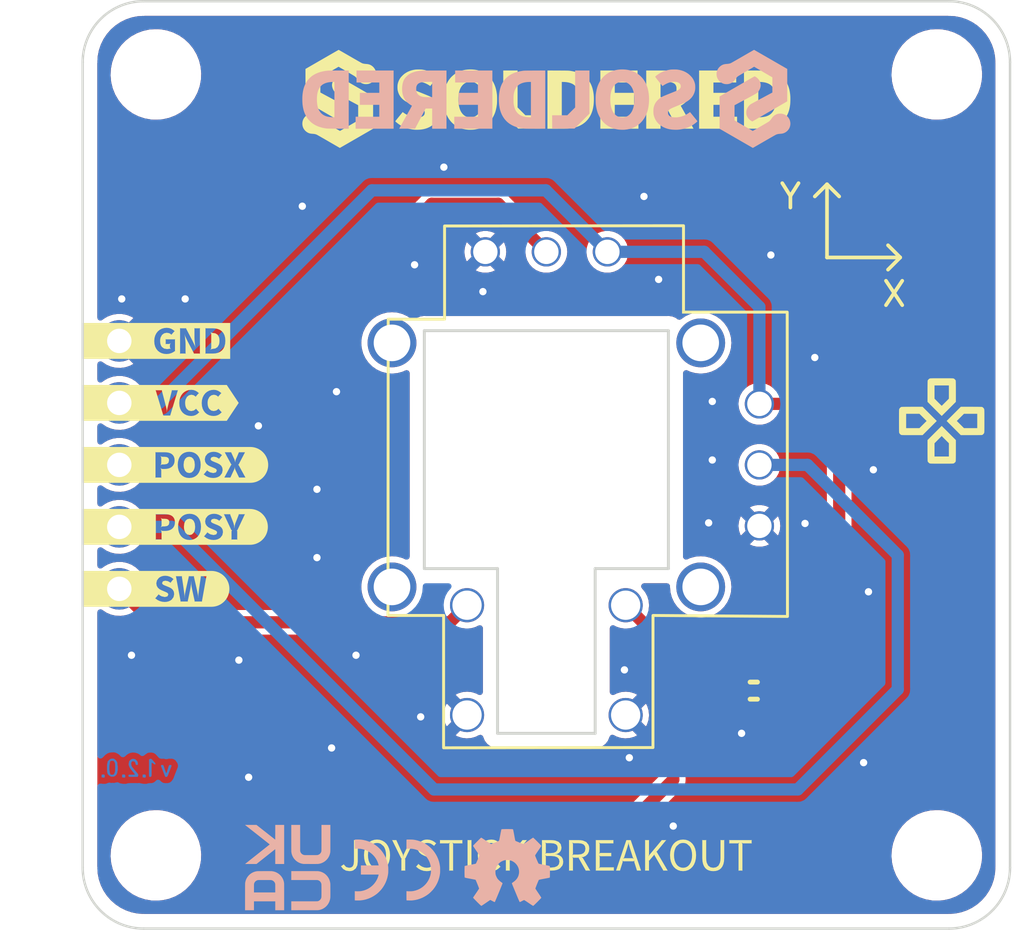
<source format=kicad_pcb>
(kicad_pcb (version 20211014) (generator pcbnew)
  (title_block (title "Joystick 2-axis with pushbutton breakout") (date "2024-07-01") (rev "V1.2.0.") (company "SOLDRED") (comment 1 "333089"))
  (layers (0 "F.Cu" signal) (31 "B.Cu" signal) (34 "B.Paste" user) (35 "F.Paste" user) (36 "B.SilkS" user "B.Silkscreen") (37 "F.SilkS" user "F.Silkscreen") (38 "B.Mask" user) (39 "F.Mask" user) (44 "Edge.Cuts" user))
  (net 0 "")
  (net 1 "GND")
  (net 2 "SW")
  (net 3 "POSy")
  (net 4 "VCC")
  (net 5 "POSx")
  (footprint "Soldered Graphics:Logo-Back-SolderedFULL-20mm" (layer "F.Cu") (at 130 121.4)
    (fp_text reference "REF**" hide)
    (fp_text value "Logo-Front-SolderedFULL-20mm" hide)
  )
  (footprint "e-radionica.com footprinti:FIDUCIAL_23" (layer "F.Cu") (at 146.2 147.3)
    (fp_text reference "FD1")
    (fp_text value "FIDUCIAL")
    (fp_circle (center 0 0) (end 1 0) (layer "F.Cu") (width 0.2) (fill none))
    (pad "1" smd circle (at 0 0) (size 1 1) (layers "F.Cu" "F.Paste" "F.Mask") (clearance 1.1))
  )
  (footprint "Soldered Graphics:Symbol-Front-Joystick" (layer "F.Cu") (at 146.2 134.6)
    (fp_text reference "G***" hide)
    (fp_text value "LOGO" hide)
  )
  (footprint "kibuzzard-66828995" (layer "F.Cu") (at 114.8 138.94)
    (fp_text reference "kibuzzard-66828995" hide)
    (fp_text value "G***" hide)
  )
  (footprint "kibuzzard-6682892F" (layer "F.Cu") (at 114 131.32)
    (fp_text reference "kibuzzard-6682892F" hide)
    (fp_text value "G***" hide)
  )
  (footprint "e-radionica.com footprinti:HOLE_3.2mm" (layer "F.Cu") (at 114 120.4)
    (fp_text reference "H1" hide)
    (fp_text value "HOLE_3.2mm" hide)
    (pad "" np_thru_hole circle locked (at 0 0) (size 3.2 3.2) (drill 3.2) (layers F&B.Cu *.Mask))
  )
  (footprint "e-radionica.com footprinti:0603R" (layer "F.Cu") (at 138.5 145.65)
    (fp_text reference "R1")
    (fp_text value "10k")
    (pad "1" smd rect locked (at -0.775 0 90) (size 1 0.64) (layers "F.Cu" "F.Paste" "F.Mask") (net 2 "SW"))
    (pad "2" smd rect locked (at 0.775 0 90) (size 1 0.64) (layers "F.Cu" "F.Paste" "F.Mask") (net 4 "VCC"))
  )
  (footprint "kibuzzard-66828953" (layer "F.Cu") (at 114.2 133.86)
    (fp_text reference "kibuzzard-66828953" hide)
    (fp_text value "G***" hide)
  )
  (footprint "e-radionica.com footprinti:HOLE_3.2mm" (layer "F.Cu") (at 146 152.4)
    (fp_text reference "H3" hide)
    (fp_text value "HOLE_3.2mm" hide)
    (pad "" np_thru_hole circle locked (at 0 0) (size 3.2 3.2) (drill 3.2) (layers F&B.Cu *.Mask))
  )
  (footprint "Soldered Graphics:Logo-Front-SolderedFULL-20mm" (layer "F.Cu") (at 130 121.4)
    (fp_text reference "REF**" hide)
    (fp_text value "Logo-Front-SolderedFULL-20mm" hide)
  )
  (footprint "kibuzzard-66828977" (layer "F.Cu") (at 114.8 136.4)
    (fp_text reference "kibuzzard-66828977" hide)
    (fp_text value "G***" hide)
  )
  (footprint "Soldered Graphics:Logo-Back-CE-3.5mm" (layer "F.Cu") (at 123.9 153)
    (fp_text reference "REF**" hide)
    (fp_text value "Logo-Back-CE-3.5mm" hide)
  )
  (footprint "kibuzzard-668288C6" (layer "F.Cu") (at 130 152.4)
    (fp_text reference "kibuzzard-668288C6" hide)
    (fp_text value "G***" hide)
  )
  (footprint "kibuzzard-668289A6" (layer "F.Cu") (at 114 141.48)
    (fp_text reference "kibuzzard-668289A6" hide)
    (fp_text value "G***" hide)
  )
  (footprint "Soldered Graphics:Logo-Back-OSH-3.5mm" (layer "F.Cu") (at 128.4 152.9)
    (fp_text reference "G***" hide)
    (fp_text value "LOGO" hide)
  )
  (footprint "e-radionica.com footprinti:HOLE_3.2mm" (layer "F.Cu") (at 146 120.4)
    (fp_text reference "H2" hide)
    (fp_text value "HOLE_3.2mm" hide)
    (pad "" np_thru_hole circle locked (at 0 0) (size 3.2 3.2) (drill 3.2) (layers F&B.Cu *.Mask))
  )
  (footprint "e-radionica.com footprinti:joystick" (layer "F.Cu") (at 130 136.4)
    (fp_text reference "K1")
    (fp_text value "Joystick")
    (fp_line (start -2 4.25) (end -2 11) (layer "Edge.Cuts") (width 0.12))
    (fp_line (start 2 11) (end 2 4.25) (layer "Edge.Cuts") (width 0.12))
    (fp_line (start -5 -5.5) (end -5 4.25) (layer "Edge.Cuts") (width 0.12))
    (fp_line (start 2 4.25) (end 5 4.25) (layer "Edge.Cuts") (width 0.12))
    (fp_line (start -5 4.25) (end -2 4.25) (layer "Edge.Cuts") (width 0.12))
    (fp_line (start 5 4.25) (end 5 -5.5) (layer "Edge.Cuts") (width 0.12))
    (fp_line (start 5 -5.5) (end -5 -5.5) (layer "Edge.Cuts") (width 0.12))
    (fp_line (start -2 11) (end 2 11) (layer "Edge.Cuts") (width 0.12))
    (pad "" thru_hole circle (at -6.325 5) (size 2 2) (drill 1.5) (layers *.Cu *.Mask))
    (pad "" thru_hole circle (at -6.325 -5) (size 2 2) (drill 1.5) (layers *.Cu *.Mask))
    (pad "" thru_hole circle (at 6.325 -5) (size 2 2) (drill 1.5) (layers *.Cu *.Mask))
    (pad "" thru_hole circle (at 6.325 5) (size 2 2) (drill 1.5) (layers *.Cu *.Mask))
    (pad "1" thru_hole circle (at 3.25 10.25) (size 1.4 1.4) (drill 1.2) (layers *.Cu *.Mask) (net 1 "GND"))
    (pad "1" thru_hole circle (at -3.25 10.25) (size 1.4 1.4) (drill 1.2) (layers *.Cu *.Mask) (net 1 "GND"))
    (pad "2" thru_hole circle (at -3.25 5.75) (size 1.4 1.4) (drill 1.2) (layers *.Cu *.Mask) (net 2 "SW"))
    (pad "2" thru_hole circle (at 3.25 5.75) (size 1.4 1.4) (drill 1.2) (layers *.Cu *.Mask) (net 2 "SW"))
    (pad "3" thru_hole circle (at 8.73 2.5) (size 1.2 1.2) (drill 1) (layers *.Cu *.Mask) (net 1 "GND"))
    (pad "4" thru_hole circle (at 8.73 0) (size 1.2 1.2) (drill 1) (layers *.Cu *.Mask) (net 3 "POSy"))
    (pad "5" thru_hole circle (at 8.73 -2.5) (size 1.2 1.2) (drill 1) (layers *.Cu *.Mask) (net 4 "VCC"))
    (pad "6" thru_hole circle (at 2.5 -8.73) (size 1.2 1.2) (drill 1) (layers *.Cu *.Mask) (net 4 "VCC"))
    (pad "7" thru_hole circle (at 0 -8.73) (size 1.2 1.2) (drill 1) (layers *.Cu *.Mask) (net 5 "POSx"))
    (pad "8" thru_hole circle (at -2.5 -8.73) (size 1.2 1.2) (drill 1) (layers *.Cu *.Mask) (net 1 "GND"))
  )
  (footprint "Soldered Graphics:Logo-Back-UKCA-3.5mm" (layer "F.Cu") (at 119.4 152.9)
    (fp_text reference "REF**" hide)
    (fp_text value "Logo-Back-UKCA-3.5mm" hide)
  )
  (footprint "e-radionica.com footprinti:HOLE_3.2mm" (layer "B.Cu") (at 114 152.4 180)
    (fp_text reference "H4" hide)
    (fp_text value "HOLE_3.2mm" hide)
    (pad "" np_thru_hole circle locked (at 0 0 180) (size 3.2 3.2) (drill 3.2) (layers F&B.Cu *.Mask))
  )
  (footprint "Soldered Graphics:Version1.2.0" (layer "B.Cu") (at 113.15 148.85 180)
    (fp_text reference "REF**" hide)
    (fp_text value "Version1.2.0" hide)
    (fp_poly (pts (xy -0.1 -0.33) (xy 0.23 -0.33) (xy 0.27 -0.31) (xy 0.27 -0.26) (xy 0.23 -0.25) (xy 0.01 -0.25) (xy 0.02 -0.21) (xy 0.19 0) (xy 0.22 0.05) (xy 0.24 0.1) (xy 0.26 0.15) (xy 0.26 0.2) (xy 0.25 0.26) (xy 0.24 0.31) (xy 0.21 0.34) (xy 0.16 0.38) (xy 0.11 0.4) (xy 0.05 0.4) (xy -0.01 0.38) (xy -0.05 0.34) (xy -0.08 0.31) (xy -0.1 0.26) (xy -0.11 0.21) (xy -0.1 0.16) (xy -0.04 0.16) (xy -0.02 0.2) (xy -0.01 0.25) (xy 0.02 0.29) (xy 0.07 0.31) (xy 0.12 0.31) (xy 0.16 0.26) (xy 0.17 0.21) (xy 0.16 0.16) (xy 0.15 0.11) (xy 0.12 0.06) (xy -0.09 -0.19) (xy -0.12 -0.24) (xy -0.12 -0.29) (xy -0.1 -0.33)) (layer "B.Cu") (width 0.01) (fill solid))
    (fp_poly (pts (xy -0.64 -0.33) (xy -0.59 -0.33) (xy -0.57 -0.29) (xy -0.57 0.37) (xy -0.61 0.4) (xy -0.66 0.4) (xy -0.7 0.36) (xy -0.81 0.24) (xy -0.83 0.19) (xy -0.8 0.18) (xy -0.71 0.24) (xy -0.67 0.25) (xy -0.67 -0.29) (xy -0.64 -0.33)) (layer "B.Cu") (width 0.01) (fill solid))
    (fp_poly (pts (xy -1.3 -0.33) (xy -1.24 -0.33) (xy -1.22 -0.29) (xy -1.06 0.12) (xy -1.08 0.15) (xy -1.14 0.15) (xy -1.16 0.12) (xy -1.25 -0.14) (xy -1.27 -0.19) (xy -1.3 -0.15) (xy -1.38 0.11) (xy -1.41 0.15) (xy -1.47 0.15) (xy -1.49 0.12) (xy -1.33 -0.29) (xy -1.3 -0.33)) (layer "B.Cu") (width 0.01) (fill solid))
    (fp_poly (pts (xy 0.92 -0.32) (xy 0.98 -0.32) (xy 1.03 -0.3) (xy 1 -0.25) (xy 0.9 -0.25) (xy 0.86 -0.22) (xy 0.84 -0.17) (xy 0.82 -0.12) (xy 0.82 -0.08) (xy 0.81 0.04) (xy 0.82 0.16) (xy 0.82 0.2) (xy 0.83 0.25) (xy 0.86 0.3) (xy 0.89 0.33) (xy 1 0.33) (xy 1.03 0.29) (xy 1.04 0.24) (xy 1.05 0.18) (xy 1.06 0.08) (xy 1.06 -0.05) (xy 1.05 -0.09) (xy 1.05 -0.14) (xy 1.03 -0.19) (xy 1.01 -0.24) (xy 1 -0.25) (xy 1.04 -0.29) (xy 1.08 -0.26) (xy 1.11 -0.23) (xy 1.13 -0.19) (xy 1.14 -0.13) (xy 1.15 -0.08) (xy 1.15 -0.03) (xy 1.15 0.09) (xy 1.15 0.15) (xy 1.14 0.2) (xy 1.13 0.25) (xy 1.12 0.3) (xy 1.09 0.33) (xy 1.05 0.37) (xy 1 0.4) (xy 0.94 0.41) (xy 0.89 0.41) (xy 0.83 0.38) (xy 0.79 0.34) (xy 0.77 0.31) (xy 0.74 0.26) (xy 0.73 0.21) (xy 0.73 0.16) (xy 0.72 0.11) (xy 0.72 -0.01) (xy 0.72 -0.07) (xy 0.73 -0.11) (xy 0.74 -0.17) (xy 0.76 -0.22) (xy 0.78 -0.25) (xy 0.82 -0.29) (xy 0.88 -0.32) (xy 0.92 -0.32)) (layer "B.Cu") (width 0.01) (fill solid))
    (fp_poly (pts (xy 0.42 -0.36) (xy 0.47 -0.36) (xy 0.53 -0.35) (xy 0.53 -0.31) (xy 0.53 -0.25) (xy 0.49 -0.24) (xy 0.44 -0.24) (xy 0.41 -0.27) (xy 0.41 -0.32) (xy 0.42 -0.36)) (layer "B.Cu") (width 0.01) (fill solid))
    (fp_poly (pts (xy 1.26 -0.36) (xy 1.31 -0.36) (xy 1.37 -0.35) (xy 1.37 -0.31) (xy 1.37 -0.25) (xy 1.33 -0.24) (xy 1.28 -0.24) (xy 1.25 -0.27) (xy 1.25 -0.32) (xy 1.26 -0.36)) (layer "B.Cu") (width 0.01) (fill solid))
    (fp_poly (pts (xy -0.42 -0.36) (xy -0.37 -0.36) (xy -0.31 -0.35) (xy -0.31 -0.31) (xy -0.31 -0.25) (xy -0.35 -0.24) (xy -0.4 -0.24) (xy -0.43 -0.27) (xy -0.43 -0.32) (xy -0.42 -0.36)) (layer "B.Cu") (width 0.01) (fill solid))
  )
  (footprint "e-radionica.com footprinti:HEADER_MALE_5X1" (layer "B.Cu") (at 112.5 136.4 90)
    (fp_text reference "K2")
    (fp_text value "HEADER_MALE_5X1")
    (pad "1" thru_hole circle locked (at -5.08 0 90) (size 1.7 1.7) (drill 1) (layers *.Cu *.Mask) (net 2 "SW"))
    (pad "2" thru_hole circle locked (at -2.54 0 90) (size 1.7 1.7) (drill 1) (layers *.Cu *.Mask) (net 3 "POSy"))
    (pad "3" thru_hole circle locked (at 0 0 90) (size 1.7 1.7) (drill 1) (layers *.Cu *.Mask) (net 5 "POSx"))
    (pad "4" thru_hole circle locked (at 2.54 0 90) (size 1.7 1.7) (drill 1) (layers *.Cu *.Mask) (net 4 "VCC"))
    (pad "5" thru_hole circle locked (at 5.08 0 90) (size 1.7 1.7) (drill 1) (layers *.Cu *.Mask) (net 1 "GND"))
  )
  (gr_line (start 141.5 127.9) (end 144.5 127.9) (layer "F.SilkS") (width 0.15))
  (gr_line (start 144.5 127.9) (end 144 127.4) (layer "F.SilkS") (width 0.15))
  (gr_line (start 141.5 124.9) (end 141.5 127.9) (layer "F.SilkS") (width 0.15))
  (gr_line (start 141.5 124.9) (end 141 125.4) (layer "F.SilkS") (width 0.15))
  (gr_line (start 144.5 127.9) (end 144 128.4) (layer "F.SilkS") (width 0.15))
  (gr_line (start 141.5 124.9) (end 142 125.4) (layer "F.SilkS") (width 0.15))
  (gr_line (start 111 119.9) (end 111 152.9) (layer "Edge.Cuts") (width 0.1))
  (gr_arc (start 149 152.9) (mid 148.267767 154.667767) (end 146.5 155.4) (layer "Edge.Cuts") (width 0.1))
  (gr_arc (start 146.5 117.4) (mid 148.267767 118.132233) (end 149 119.9) (layer "Edge.Cuts") (width 0.1))
  (gr_arc (start 113.5 155.4) (mid 111.732233 154.667767) (end 111 152.9) (layer "Edge.Cuts") (width 0.1))
  (gr_line (start 113.5 155.4) (end 146.5 155.4) (layer "Edge.Cuts") (width 0.1))
  (gr_line (start 146.5 117.4) (end 113.5 117.4) (layer "Edge.Cuts") (width 0.1))
  (gr_line (start 149 152.9) (end 149 119.9) (layer "Edge.Cuts") (width 0.1))
  (gr_arc (start 111 119.9) (mid 111.732233 118.132233) (end 113.5 117.4) (layer "Edge.Cuts") (width 0.1))
  (gr_text "Y" (at 140 125.4) (layer "F.SilkS") (effects (font (size 1 1))))
  (gr_text "X" (at 144.25 129.4) (layer "F.SilkS") (effects (font (size 1 1))))
  (via (at 136.8 136.2) (size 0.5) (drill 0.3) (layers "F.Cu" "B.Cu") (net 1))
  (via (at 120.6 137.4) (size 0.5) (drill 0.3) (layers "F.Cu" "B.Cu") (net 1))
  (via (at 120 125.8) (size 0.5) (drill 0.3) (layers "F.Cu" "B.Cu") (net 1))
  (via (at 141 132) (size 0.5) (drill 0.3) (layers "F.Cu" "B.Cu") (net 1))
  (via (at 120.6 140.2) (size 0.5) (drill 0.3) (layers "F.Cu" "B.Cu") (net 1))
  (via (at 133.4 148.4) (size 0.5) (drill 0.3) (layers "F.Cu" "B.Cu") (net 1))
  (via (at 124.85 146.725) (size 0.5) (drill 0.3) (layers "F.Cu" "B.Cu") (net 1))
  (via (at 117.8 149.2) (size 0.5) (drill 0.3) (layers "F.Cu" "B.Cu") (net 1))
  (via (at 143 148.6) (size 0.5) (drill 0.3) (layers "F.Cu" "B.Cu") (net 1))
  (via (at 127.4 129.3) (size 0.5) (drill 0.3) (layers "F.Cu" "B.Cu") (net 1))
  (via (at 143.4 136.6) (size 0.5) (drill 0.3) (layers "F.Cu" "B.Cu") (net 1))
  (via (at 121.4 133.4) (size 0.5) (drill 0.3) (layers "F.Cu" "B.Cu") (net 1))
  (via (at 115.2 129.6) (size 0.5) (drill 0.3) (layers "F.Cu" "B.Cu") (net 1))
  (via (at 113 144.2) (size 0.5) (drill 0.3) (layers "F.Cu" "B.Cu") (net 1))
  (via (at 124.6 128.2) (size 0.5) (drill 0.3) (layers "F.Cu" "B.Cu") (net 1))
  (via (at 140.6 138.8) (size 0.5) (drill 0.3) (layers "F.Cu" "B.Cu") (net 1))
  (via (at 134.6 128.8) (size 0.5) (drill 0.3) (layers "F.Cu" "B.Cu") (net 1))
  (via (at 118.2 134.8) (size 0.5) (drill 0.3) (layers "F.Cu" "B.Cu") (net 1))
  (via (at 135.2 151.2) (size 0.5) (drill 0.3) (layers "F.Cu" "B.Cu") (net 1))
  (via (at 112.6 129.6) (size 0.5) (drill 0.3) (layers "F.Cu" "B.Cu") (net 1))
  (via (at 122.2 144.2) (size 0.5) (drill 0.3) (layers "F.Cu" "B.Cu") (net 1))
  (via (at 133.2 144.8) (size 0.5) (drill 0.3) (layers "F.Cu" "B.Cu") (net 1))
  (via (at 139.2 127.8) (size 0.5) (drill 0.3) (layers "F.Cu" "B.Cu") (net 1))
  (via (at 136.8 133.8) (size 0.5) (drill 0.3) (layers "F.Cu" "B.Cu") (net 1))
  (via (at 136.65 138.775) (size 0.5) (drill 0.3) (layers "F.Cu" "B.Cu") (net 1))
  (via (at 134 125.4) (size 0.5) (drill 0.3) (layers "F.Cu" "B.Cu") (net 1))
  (via (at 121.2 148) (size 0.5) (drill 0.3) (layers "F.Cu" "B.Cu") (net 1))
  (via (at 117.4 144.4) (size 0.5) (drill 0.3) (layers "F.Cu" "B.Cu") (net 1))
  (via (at 138 147.4) (size 0.5) (drill 0.3) (layers "F.Cu" "B.Cu") (net 1))
  (via (at 125.8 124.2) (size 0.5) (drill 0.3) (layers "F.Cu" "B.Cu") (net 1))
  (via (at 143.2 141.6) (size 0.5) (drill 0.3) (layers "F.Cu" "B.Cu") (net 1))
  (segment (start 133.7 150.8) (end 135.2 149.3) (width 0.5) (layer "F.Cu") (net 2))
  (segment (start 121.8 150.8) (end 133.7 150.8) (width 0.5) (layer "F.Cu") (net 2))
  (segment (start 126.05 142.85) (end 126.75 142.15) (width 0.5) (layer "F.Cu") (net 2))
  (segment (start 113.87 142.87) (end 121.8 150.8) (width 0.5) (layer "F.Cu") (net 2))
  (segment (start 136.75 145.65) (end 137.725 145.65) (width 0.5) (layer "F.Cu") (net 2))
  (segment (start 113.87 142.85) (end 126.05 142.85) (width 0.5) (layer "F.Cu") (net 2))
  (segment (start 113.87 142.85) (end 113.87 142.87) (width 0.5) (layer "F.Cu") (net 2))
  (segment (start 112.5 141.48) (end 113.87 142.85) (width 0.5) (layer "F.Cu") (net 2))
  (segment (start 135.2 149.3) (end 135.2 144.1) (width 0.5) (layer "F.Cu") (net 2))
  (segment (start 135.2 144.1) (end 136.75 145.65) (width 0.5) (layer "F.Cu") (net 2))
  (segment (start 135.2 144.1) (end 133.25 142.15) (width 0.5) (layer "F.Cu") (net 2))
  (segment (start 144.4 140.1) (end 140.7 136.4) (width 0.5) (layer "B.Cu") (net 3))
  (segment (start 144.4 145.6) (end 144.4 140.1) (width 0.5) (layer "B.Cu") (net 3))
  (segment (start 125.4 149.7) (end 140.3 149.7) (width 0.5) (layer "B.Cu") (net 3))
  (segment (start 114.64 138.94) (end 125.4 149.7) (width 0.5) (layer "B.Cu") (net 3))
  (segment (start 140.7 136.4) (end 138.73 136.4) (width 0.5) (layer "B.Cu") (net 3))
  (segment (start 112.5 138.94) (end 114.64 138.94) (width 0.5) (layer "B.Cu") (net 3))
  (segment (start 140.3 149.7) (end 144.4 145.6) (width 0.5) (layer "B.Cu") (net 3))
  (segment (start 140.7 133.9) (end 142 135.2) (width 0.5) (layer "F.Cu") (net 4))
  (segment (start 142 142.925) (end 139.275 145.65) (width 0.5) (layer "F.Cu") (net 4))
  (segment (start 138.73 133.9) (end 140.7 133.9) (width 0.5) (layer "F.Cu") (net 4))
  (segment (start 142 135.2) (end 142 142.925) (width 0.5) (layer "F.Cu") (net 4))
  (segment (start 136.47 127.67) (end 138.73 129.93) (width 0.5) (layer "B.Cu") (net 4))
  (segment (start 112.5 133.86) (end 114.14 133.86) (width 0.5) (layer "B.Cu") (net 4))
  (segment (start 122.85 125.15) (end 129.98 125.15) (width 0.5) (layer "B.Cu") (net 4))
  (segment (start 132.5 127.67) (end 136.47 127.67) (width 0.5) (layer "B.Cu") (net 4))
  (segment (start 129.98 125.15) (end 132.5 127.67) (width 0.5) (layer "B.Cu") (net 4))
  (segment (start 138.73 129.93) (end 138.73 133.9) (width 0.5) (layer "B.Cu") (net 4))
  (segment (start 114.14 133.86) (end 122.85 125.15) (width 0.5) (layer "B.Cu") (net 4))
  (segment (start 128.03 125.7) (end 130 127.67) (width 0.5) (layer "F.Cu") (net 5))
  (segment (start 114.6 136.4) (end 125.3 125.7) (width 0.5) (layer "F.Cu") (net 5))
  (segment (start 112.5 136.4) (end 114.6 136.4) (width 0.5) (layer "F.Cu") (net 5))
  (segment (start 125.3 125.7) (end 128.03 125.7) (width 0.5) (layer "F.Cu") (net 5))
  (zone (net 1) (net_name "GND") (layers F&B.Cu) (connect_pads (clearance 0.254)) (min_thickness 0.254) (fill yes (thermal_gap 0.254) (thermal_bridge_width 0.508))
    (polygon (pts (xy 149 155.4) (xy 111 155.4) (xy 111 117.4) (xy 149 117.4)))
  )
)
</source>
